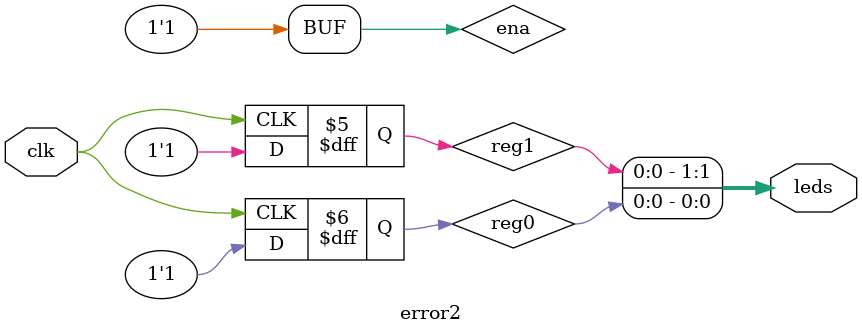
<source format=v>

/*
 El error obtenido al sintetizar es:

arachne-pnr -d 1k -p error2.pcf error2.blif -o error2.txt
seed: 1
device: 1k
read_chipdb +/share/arachne-pnr/chipdb-1k.bin...
  supported packages: tq144, vq100
read_blif error2.blif...
prune...
read_pcf error2.pcf...
instantiate_io...
fatal error: $_TBUF_ gate must drive top-level output or inout port
Makefile:208: recipe for target 'error2.bin' failed
make: *** [error2.bin] Error 1
*/


`default_nettype none


module error2  (
         input wire clk,            //-- Entrada de reloj
         output wire [1:0] leds);   //-- Leds a controlar

//-- Senal de habilitacion para las puertas
wire ena = 1'b1;

//-- Registro de 1 bit
reg reg0;
always @(posedge clk)
  reg0 <= 1'b1;

//-- Registro de 1 bit
reg reg1;
always @(posedge clk)
  reg1 <= 1'b1;

//-- Conectar los registros al cable de 2 bits
//-- Se controlan con la misma señal de habilitacion
assign leds[0] = (ena) ? reg0 : 1'bz;
assign leds[1] = (ena) ? reg1 : 1'bz;


endmodule

</source>
